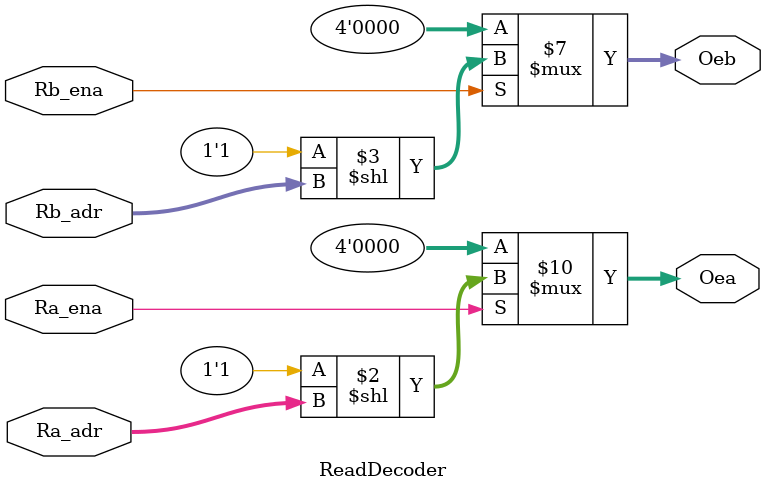
<source format=v>
/*
R. Antonio Orozco
5/26/2014
Homework6-Part5
This module implements a dual address read decoder for the register file
*/
module ReadDecoder( Ra_adr, Rb_adr, Ra_ena, Rb_ena, Oea, Oeb );
  parameter N = 2;
  localparam M = 2**N; //N^2
  input [N-1:0] Ra_adr, Rb_adr; //The input address to read from
  input Ra_ena, Rb_ena; //Read addres A or B enable
  output reg [M-1:0] Oea = 0, Oeb = 0; //Determines which swtich to close from the controlled buffer
  
  always @(Ra_adr, Rb_adr, Ra_ena, Rb_ena) begin
		if (Ra_ena) 
			Oea = 1'b1 << Ra_adr; //shift 1-bit into position
		else
			Oea = 0;
			
		if (Rb_ena)
			Oeb = 1'b1 << Rb_adr;
		else 
			//Oea = 0;
			Oeb = 0;
    
  end  // always
endmodule
</source>
